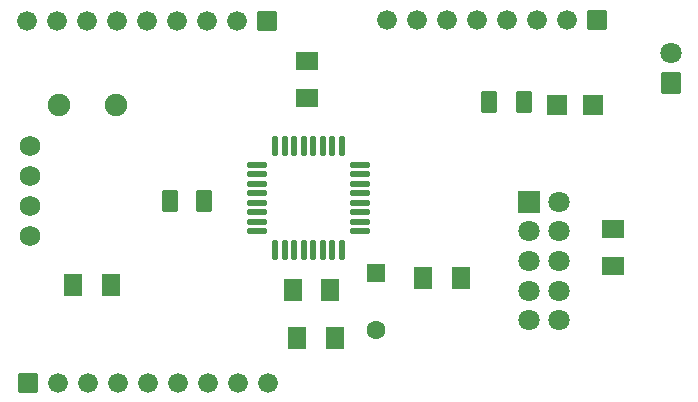
<source format=gts>
G04 Layer: TopSolderMaskLayer*
G04 EasyEDA v6.5.22, 2023-04-01 07:59:08*
G04 7fe897ac635649ec9317f66c388b8081,f086b915ab1b43d4b1f8ac0bdbc02707,10*
G04 Gerber Generator version 0.2*
G04 Scale: 100 percent, Rotated: No, Reflected: No *
G04 Dimensions in millimeters *
G04 leading zeros omitted , absolute positions ,4 integer and 5 decimal *
%FSLAX45Y45*%
%MOMM*%

%AMMACRO1*1,1,$1,$2,$3*1,1,$1,$4,$5*1,1,$1,0-$2,0-$3*1,1,$1,0-$4,0-$5*20,1,$1,$2,$3,$4,$5,0*20,1,$1,$4,$5,0-$2,0-$3,0*20,1,$1,0-$2,0-$3,0-$4,0-$5,0*20,1,$1,0-$4,0-$5,$2,$3,0*4,1,4,$2,$3,$4,$5,0-$2,0-$3,0-$4,0-$5,$2,$3,0*%
%ADD10C,1.9016*%
%ADD11MACRO1,0.1016X-0.7874X-0.85X-0.7874X0.85*%
%ADD12C,1.8016*%
%ADD13C,1.7272*%
%ADD14MACRO1,0.1016X-0.7425X-0.864X-0.7425X0.864*%
%ADD15MACRO1,0.1016X0.7425X-0.864X0.7425X0.864*%
%ADD16C,1.6764*%
%ADD17MACRO1,0.1016X-0.7874X0.7874X0.7874X0.7874*%
%ADD18MACRO1,0.1016X0.8175X-0.8X-0.8175X-0.8*%
%ADD19MACRO1,0.1016X-0.6038X-0.8505X-0.6038X0.8505*%
%ADD20MACRO1,0.1016X0.6038X-0.8505X0.6038X0.8505*%
%ADD21MACRO1,0.1016X0.7874X-0.7874X-0.7874X-0.7874*%
%ADD22MACRO1,0.1016X-0.864X0.7425X0.864X0.7425*%
%ADD23MACRO1,0.1016X-0.864X-0.7425X0.864X-0.7425*%
%ADD24O,1.7516094000000002X0.5516118*%
%ADD25O,0.5516118X1.7516094000000002*%
%ADD26MACRO1,0.1016X0.7425X0.864X0.7425X-0.864*%
%ADD27MACRO1,0.1016X-0.7425X0.864X-0.7425X-0.864*%
%ADD28MACRO1,0.1016X0.75X0.75X0.75X-0.75*%
%ADD29C,1.6016*%
%ADD30MACRO1,0.1016X0.864X-0.7425X-0.864X-0.7425*%
%ADD31MACRO1,0.1016X0.864X0.7425X-0.864X0.7425*%
%ADD32MACRO1,0.1016X0.6038X0.8505X0.6038X-0.8505*%
%ADD33MACRO1,0.1016X-0.6038X0.8505X-0.6038X-0.8505*%
%ADD34MACRO1,0.1016X0.9X0.85X0.9X-0.85*%

%LPD*%
D10*
G01*
X-523392Y635000D03*
G01*
X-35407Y635000D03*
D11*
G01*
X4660900Y825501D03*
D12*
G01*
X4660900Y1079500D03*
D13*
G01*
X-762000Y292100D03*
G01*
X-762000Y38100D03*
G01*
X-762000Y-215900D03*
G01*
X-762000Y-469900D03*
D14*
G01*
X-82049Y-889000D03*
D15*
G01*
X-400550Y-889000D03*
D16*
G01*
X1250442Y-1714500D03*
G01*
X996442Y-1714500D03*
G01*
X742442Y-1714500D03*
G01*
X488442Y-1714500D03*
G01*
X234442Y-1714500D03*
G01*
X-19557Y-1714500D03*
G01*
X-273557Y-1714500D03*
G01*
X-527557Y-1714500D03*
D17*
G01*
X-781557Y-1714500D03*
D18*
G01*
X3999839Y635000D03*
G01*
X3696360Y635000D03*
D19*
G01*
X3417618Y660400D03*
D20*
G01*
X3121865Y660400D03*
D21*
G01*
X4031742Y1358900D03*
D16*
G01*
X3777742Y1358900D03*
G01*
X3523742Y1358900D03*
G01*
X3269742Y1358900D03*
G01*
X3015742Y1358900D03*
G01*
X2761742Y1358900D03*
G01*
X2507742Y1358900D03*
G01*
X2253742Y1358900D03*
D14*
G01*
X1777992Y-927100D03*
D15*
G01*
X1459491Y-927100D03*
D22*
G01*
X1580642Y691649D03*
D23*
G01*
X1580642Y1010150D03*
D24*
G01*
X1155192Y-432409D03*
G01*
X1155192Y-352399D03*
G01*
X1155192Y-272389D03*
G01*
X1155192Y-192404D03*
G01*
X1155192Y-112395D03*
G01*
X1155192Y-32410D03*
G01*
X1155192Y47599D03*
G01*
X1155192Y127609D03*
D25*
G01*
X1313332Y284479D03*
G01*
X1393342Y284479D03*
G01*
X1473352Y284479D03*
G01*
X1553337Y284479D03*
G01*
X1633346Y284479D03*
G01*
X1713331Y284479D03*
G01*
X1793341Y284479D03*
G01*
X1873351Y284479D03*
D24*
G01*
X2031492Y127609D03*
G01*
X2031492Y47599D03*
G01*
X2031492Y-32410D03*
G01*
X2031492Y-112395D03*
G01*
X2031492Y-192404D03*
G01*
X2031492Y-272389D03*
G01*
X2031492Y-352399D03*
G01*
X2031492Y-432409D03*
D25*
G01*
X1873351Y-589279D03*
G01*
X1793341Y-589279D03*
G01*
X1713331Y-589279D03*
G01*
X1633346Y-589279D03*
G01*
X1553337Y-589279D03*
G01*
X1473352Y-589279D03*
G01*
X1393342Y-589279D03*
G01*
X1313332Y-589279D03*
D26*
G01*
X2564391Y-825500D03*
D27*
G01*
X2882892Y-825500D03*
D14*
G01*
X1816092Y-1333500D03*
D15*
G01*
X1497591Y-1333500D03*
D28*
G01*
X2164840Y-784701D03*
D29*
G01*
X2164842Y-1272692D03*
D30*
G01*
X4171442Y-412249D03*
D31*
G01*
X4171442Y-730750D03*
D32*
G01*
X416765Y-177800D03*
D33*
G01*
X712518Y-177800D03*
D12*
G01*
X3712235Y-185801D03*
G01*
X3462248Y-435813D03*
G01*
X3712235Y-435813D03*
G01*
X3462248Y-685800D03*
G01*
X3712235Y-685800D03*
G01*
X3462248Y-935812D03*
G01*
X3712235Y-935812D03*
G01*
X3462248Y-1185798D03*
G01*
X3712235Y-1185798D03*
D34*
G01*
X3462248Y-185801D03*
D16*
G01*
X-794257Y1346200D03*
G01*
X-540257Y1346200D03*
G01*
X-286257Y1346200D03*
G01*
X-32257Y1346200D03*
G01*
X221742Y1346200D03*
G01*
X475742Y1346200D03*
G01*
X729742Y1346200D03*
G01*
X983742Y1346200D03*
D21*
G01*
X1237742Y1346200D03*
M02*

</source>
